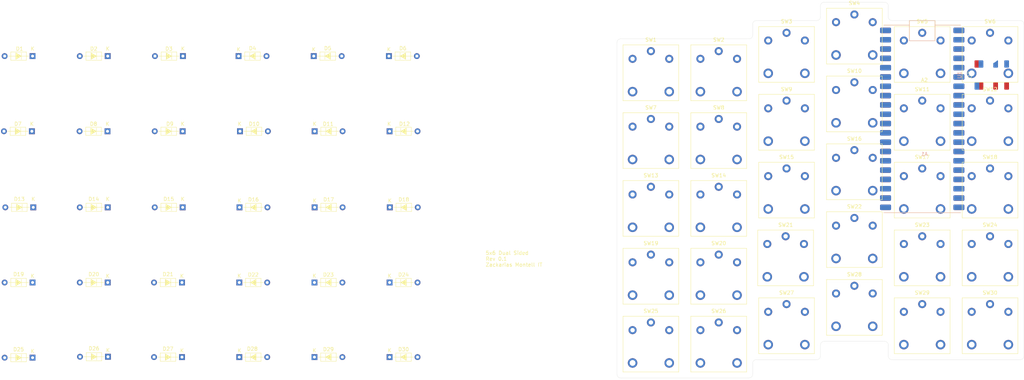
<source format=kicad_pcb>
(kicad_pcb
	(version 20241229)
	(generator "pcbnew")
	(generator_version "9.0")
	(general
		(thickness 1.6)
		(legacy_teardrops no)
	)
	(paper "A4")
	(layers
		(0 "F.Cu" signal)
		(2 "B.Cu" signal)
		(9 "F.Adhes" user "F.Adhesive")
		(11 "B.Adhes" user "B.Adhesive")
		(13 "F.Paste" user)
		(15 "B.Paste" user)
		(5 "F.SilkS" user "F.Silkscreen")
		(7 "B.SilkS" user "B.Silkscreen")
		(1 "F.Mask" user)
		(3 "B.Mask" user)
		(17 "Dwgs.User" user "User.Drawings")
		(19 "Cmts.User" user "User.Comments")
		(21 "Eco1.User" user "User.Eco1")
		(23 "Eco2.User" user "User.Eco2")
		(25 "Edge.Cuts" user)
		(27 "Margin" user)
		(31 "F.CrtYd" user "F.Courtyard")
		(29 "B.CrtYd" user "B.Courtyard")
		(35 "F.Fab" user)
		(33 "B.Fab" user)
		(39 "User.1" user)
		(41 "User.2" user)
		(43 "User.3" user)
		(45 "User.4" user)
	)
	(setup
		(pad_to_mask_clearance 0)
		(allow_soldermask_bridges_in_footprints no)
		(tenting front back)
		(grid_origin 78.25 46.1)
		(pcbplotparams
			(layerselection 0x00000000_00000000_55555555_5755f5ff)
			(plot_on_all_layers_selection 0x00000000_00000000_00000000_00000000)
			(disableapertmacros no)
			(usegerberextensions no)
			(usegerberattributes yes)
			(usegerberadvancedattributes yes)
			(creategerberjobfile yes)
			(dashed_line_dash_ratio 12.000000)
			(dashed_line_gap_ratio 3.000000)
			(svgprecision 4)
			(plotframeref no)
			(mode 1)
			(useauxorigin no)
			(hpglpennumber 1)
			(hpglpenspeed 20)
			(hpglpendiameter 15.000000)
			(pdf_front_fp_property_popups yes)
			(pdf_back_fp_property_popups yes)
			(pdf_metadata yes)
			(pdf_single_document no)
			(dxfpolygonmode yes)
			(dxfimperialunits yes)
			(dxfusepcbnewfont yes)
			(psnegative no)
			(psa4output no)
			(plot_black_and_white yes)
			(sketchpadsonfab no)
			(plotpadnumbers no)
			(hidednponfab no)
			(sketchdnponfab yes)
			(crossoutdnponfab yes)
			(subtractmaskfromsilk no)
			(outputformat 1)
			(mirror no)
			(drillshape 0)
			(scaleselection 1)
			(outputdirectory "gerbers/")
		)
	)
	(net 0 "")
	(net 1 "col3")
	(net 2 "unconnected-(A1-~{3V3_EN}-Pad37)")
	(net 3 "unconnected-(A1-ADC2{slash}GP28-Pad34)")
	(net 4 "row0")
	(net 5 "unconnected-(A1-ADC_VREF-Pad35)")
	(net 6 "unconnected-(A1-VSYS-Pad39)")
	(net 7 "unconnected-(A1-GP22-Pad29)")
	(net 8 "unconnected-(A1-GND-Pad8)")
	(net 9 "unconnected-(A1-GP5-Pad7)")
	(net 10 "row3")
	(net 11 "unconnected-(A1-GND-Pad18)")
	(net 12 "unconnected-(A1-GND-Pad13)")
	(net 13 "row2")
	(net 14 "col1")
	(net 15 "unconnected-(A1-ADC0{slash}GP26-Pad31)")
	(net 16 "row4")
	(net 17 "col5")
	(net 18 "unconnected-(A1-RUN-Pad30)")
	(net 19 "unconnected-(A1-GP9-Pad12)")
	(net 20 "unconnected-(A1-GND-Pad23)")
	(net 21 "unconnected-(A1-GND-Pad28)")
	(net 22 "unconnected-(A1-ADC1{slash}GP27-Pad32)")
	(net 23 "unconnected-(A1-GP8-Pad11)")
	(net 24 "unconnected-(A1-GND-Pad3)")
	(net 25 "col4")
	(net 26 "unconnected-(A1-GND-Pad33)")
	(net 27 "row1")
	(net 28 "col0")
	(net 29 "col2")
	(net 30 "Net-(D1-A)")
	(net 31 "Net-(D2-A)")
	(net 32 "Net-(D3-A)")
	(net 33 "Net-(D4-A)")
	(net 34 "Net-(D5-A)")
	(net 35 "Net-(D6-A)")
	(net 36 "Net-(D7-A)")
	(net 37 "Net-(D8-A)")
	(net 38 "Net-(D9-A)")
	(net 39 "Net-(D10-A)")
	(net 40 "Net-(D11-A)")
	(net 41 "Net-(D12-A)")
	(net 42 "Net-(D13-A)")
	(net 43 "Net-(D14-A)")
	(net 44 "Net-(D15-A)")
	(net 45 "Net-(D16-A)")
	(net 46 "Net-(D17-A)")
	(net 47 "Net-(D18-A)")
	(net 48 "Net-(D19-A)")
	(net 49 "Net-(D20-A)")
	(net 50 "Net-(D21-A)")
	(net 51 "Net-(D22-A)")
	(net 52 "Net-(D23-A)")
	(net 53 "Net-(D24-A)")
	(net 54 "Net-(D25-A)")
	(net 55 "Net-(D26-A)")
	(net 56 "Net-(D27-A)")
	(net 57 "Net-(D28-A)")
	(net 58 "Net-(D29-A)")
	(net 59 "Net-(D30-A)")
	(net 60 "unconnected-(A1-GP3-Pad5)")
	(net 61 "unconnected-(A1-GP21-Pad27)")
	(net 62 "unconnected-(A1-GP7-Pad10)")
	(net 63 "unconnected-(A1-GP6-Pad9)")
	(net 64 "unconnected-(A1-GP2-Pad4)")
	(net 65 "unconnected-(A1-GP4-Pad6)")
	(net 66 "3v31")
	(net 67 "tx1")
	(net 68 "rx1")
	(net 69 "gnd1")
	(net 70 "unconnected-(A2-RUN-Pad30)")
	(net 71 "unconnected-(A2-GND-Pad3)")
	(net 72 "unconnected-(A2-GND-Pad13)")
	(net 73 "unconnected-(A2-GND-Pad28)")
	(net 74 "unconnected-(A2-GP2-Pad4)")
	(net 75 "unconnected-(A2-ADC1{slash}GP27-Pad32)")
	(net 76 "unconnected-(A2-GND-Pad8)")
	(net 77 "unconnected-(A2-ADC2{slash}GP28-Pad34)")
	(net 78 "unconnected-(A2-GP8-Pad11)")
	(net 79 "unconnected-(A2-GP3-Pad5)")
	(net 80 "unconnected-(A2-GP22-Pad29)")
	(net 81 "unconnected-(A2-VBUS-Pad40)")
	(net 82 "unconnected-(A2-GP10-Pad14)")
	(net 83 "unconnected-(A2-GND-Pad33)")
	(net 84 "unconnected-(A2-GND-Pad23)")
	(net 85 "unconnected-(A2-GP4-Pad6)")
	(net 86 "unconnected-(A2-GP6-Pad9)")
	(net 87 "unconnected-(A2-ADC0{slash}GP26-Pad31)")
	(net 88 "unconnected-(A2-~{3V3_EN}-Pad37)")
	(net 89 "unconnected-(A2-GND-Pad18)")
	(net 90 "unconnected-(A2-GP9-Pad12)")
	(net 91 "unconnected-(A2-GP7-Pad10)")
	(net 92 "unconnected-(A2-ADC_VREF-Pad35)")
	(net 93 "unconnected-(A2-3V3(OUT)-Pad36)")
	(net 94 "unconnected-(A2-GP5-Pad7)")
	(net 95 "unconnected-(A1-3V3(OUT)-Pad36)")
	(footprint "footprints:SW_Kailh_Choc_V2_1.00u_double-sided" (layer "F.Cu") (at 87.5 110.85))
	(footprint "PCM_Diode_THT_AKL:D_DO-35_SOD27_P7.62mm_Horizontal" (layer "F.Cu") (at -24.709755 92.055189))
	(footprint "footprints:SW_Kailh_Choc_V2_1.00u_double-sided" (layer "F.Cu") (at 106 129.35))
	(footprint "footprints:SW_Kailh_Choc_V2_1.00u_double-sided" (layer "F.Cu") (at 180 50.35))
	(footprint "PCM_Diode_THT_AKL:D_DO-35_SOD27_P7.62mm_Horizontal" (layer "F.Cu") (at -60.709755 71.305189 180))
	(footprint "footprints:SW_Kailh_Choc_V2_1.00u_double-sided" (layer "F.Cu") (at 124.5 124.35))
	(footprint "PCM_Diode_THT_AKL:D_DO-35_SOD27_P7.62mm_Horizontal" (layer "F.Cu") (at -4.209755 71.305189))
	(footprint "PCM_Diode_THT_AKL:D_DO-35_SOD27_P7.62mm_Horizontal" (layer "F.Cu") (at -40.209755 71.305189 180))
	(footprint "PCM_Diode_THT_AKL:D_DO-35_SOD27_P7.62mm_Horizontal" (layer "F.Cu") (at -60.649755 112.555189 180))
	(footprint "PCM_Diode_THT_AKL:D_DO-35_SOD27_P7.62mm_Horizontal" (layer "F.Cu") (at -81.339755 71.305189 180))
	(footprint "footprints:raspberry_pi_pico_SMD" (layer "F.Cu") (at 161.501761 67.930598))
	(footprint "PCM_Diode_THT_AKL:D_DO-35_SOD27_P7.62mm_Horizontal" (layer "F.Cu") (at -4.269755 132.905189))
	(footprint "footprints:SW_Kailh_Choc_V2_1.00u_double-sided" (layer "F.Cu") (at 180 124.35))
	(footprint "PCM_Diode_THT_AKL:D_DO-35_SOD27_P7.62mm_Horizontal" (layer "F.Cu") (at -81.149755 112.555189 180))
	(footprint "PCM_Diode_THT_AKL:D_DO-35_SOD27_P7.62mm_Horizontal" (layer "F.Cu") (at -40.149755 50.805189 180))
	(footprint "footprints:SW_Kailh_Choc_V2_1.00u_double-sided" (layer "F.Cu") (at 161.5 50.35))
	(footprint "footprints:SW_Kailh_Choc_V2_1.00u_double-sided" (layer "F.Cu") (at 180 87.35))
	(footprint "footprints:raspberry_pi_pico_SMD_Reversed" (layer "F.Cu") (at 161.5 67.929189))
	(footprint "footprints:SW_Kailh_Choc_V2_1.00u_double-sided" (layer "F.Cu") (at 161.5 87.35))
	(footprint "footprints:SW_Kailh_Choc_V2_1.00u_double-sided" (layer "F.Cu") (at 143 82.35))
	(footprint "footprints:SW_Kailh_Choc_V2_1.00u_double-sided" (layer "F.Cu") (at 124.5 87.35))
	(footprint "footprints:SW_Kailh_Choc_V2_1.00u_double-sided" (layer "F.Cu") (at 87.5 55.35))
	(footprint "footprints:SW_Kailh_Choc_V2_1.00u_double-sided" (layer "F.Cu") (at 106 110.85))
	(footprint "PCM_Diode_THT_AKL:D_DO-35_SOD27_P7.62mm_Horizontal" (layer "F.Cu") (at -24.579755 71.305189))
	(footprint "PCM_Diode_THT_AKL:D_DO-35_SOD27_P7.62mm_Horizontal" (layer "F.Cu") (at -24.769755 132.905189))
	(footprint "footprints:SW_Kailh_Choc_V2_1.00u_double-sided" (layer "F.Cu") (at 180 68.85))
	(footprint "PCM_Diode_THT_AKL:D_DO-35_SOD27_P7.62mm_Horizontal"
		(layer "F.Cu")
		(uuid "8780c5f2-f324-4842-bbd4-5e58ff287038")
		(at -24.769755 112.555189)
		(descr "Diode, DO-35_SOD27 series, Axial, Horizontal, pin pitch=7.62mm, , length*diameter=4*2mm^2, , http://www.diodes.com/_files/packages/DO-35.pdf, Alternate KiCad Library")
		(tags "Diode DO-35_SOD27 series Axial Horizontal pin pitch 7.62mm  length 4mm diameter 2mm")
		(property "Reference" "D22"
			(at 3.81 -2.12 0)
			(layer "F.SilkS")
			(uuid "ef505a7f-884f-478e-be23-c3fac737790e")
			(effects
				(font
					(size 1 1)
					(thickness 0.15)
				)
			)
		)
		(property "Value" "1N4148"
			(at 3.81 2.12 0)
			(layer "F.Fab")
			(hide yes)
			(uuid "ae56d117-5c77-445a-9f44-07b70b9b5367")
			(effects
				(font
					(size 1 1)
					(thickness 0.15)
				)
			)
		)
		(property "Datasheet" "https://datasheet.octopart.com/1N4148TR-ON-Semiconductor-datasheet-42765246.pdf"
			(at 0 0 0)
			(layer "F.Fab")
			(hide yes)
			(uuid "a55551c9-2e13-44f2-b378-60b57aa3119e")
			(effects
				(font
					(size 1.27 1.27)
					(thickness 0.15)
				)
			)
		)
		(property "Description" "DO-35 Diode, Small Signal, Fast Switching, 75V, 150mA, 4ns, Alternate KiCad Library"
			(at 0 0 0)
			(layer "F.Fab")
			(hide yes)
			(uuid "dcd9a2d5-15c5-414d-ab40-45a27fc8b82c")
			(effects
				(font
					(size 1.27 1.27)
					(thickness 0.15)
				)
			)
		)
		(property ki_fp_filters "TO-???* *_Diode_* *SingleDiode* D_*")
		(path "/63169afd-aa5d-4250-97e4-4d2cc00e12b1")
		(sheetname "/")
		(sheetfile "5x6.kicad_sch")
		(attr through_hole)
		(fp_line
			(start 1.04 0)
			(end 1.69 0)
			(stroke
				(width 0.12)
				(type solid)
			)
			(layer "F.SilkS")
			(uuid "820a8a8c-730a-4d76-b67a-5f13df4c96d9")
		)
		(fp_line
			(start 1.651 0)
			(end 3.048 0)
			(stroke
				(width 0.12)
				(type solid)
			)
			(layer "F.SilkS")
			(uuid "21ec6344-1413-464d-88b1-737d60c6b7c2")
		)
		(fp_line
			(start 1.69 -1.12)
			(end 1.69 1.12)
			(stroke
				(width 0.12)
				(type solid)
			)
			(layer "F.SilkS")
			(uuid "748ce14b-0ac4-4043-8e72-12337ea3b1fc")
		)
		(fp_line
			(start 1.69 1.12)
			(end 5.93 1.12)
			(stroke
				(width 0.12)
				(type solid)
			)
			(layer "F.SilkS")
			(uuid "e8d462c7-d632-461a-8af2-1e3b607d505e")
		)
		(fp_line
			(start 3.048 -0.889)
			(end 3.048 0.889)
			(stroke
				(width 0.12)
				(type solid)
			)
			(layer "F.SilkS")
			(uuid "b3782cfa-7b1a-466c-9661-86bc40afd96a")
		)
		(fp_line
			(start 5.93 -1.12)
			(end 1.69 -1.12)
			(stroke
				(width 0.12)
				(type solid)
			)
			(layer "F.SilkS")
			(uuid "0e136f00-ca65-4f7c-
... [249351 chars truncated]
</source>
